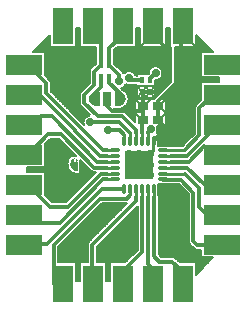
<source format=gtl>
G04 DipTrace 2.4.0.2*
%INkeypad.gtl*%
%MOMM*%
%ADD13C,0.305*%
%ADD14C,0.28*%
%ADD15C,0.152*%
%ADD20O,1.0X0.28*%
%ADD22O,0.28X1.0*%
%ADD24C,0.711*%
%ADD25R,2.45X2.45*%
%ADD26R,0.9X0.7*%
%ADD27R,1.7X1.6*%
%ADD28R,1.7X2.032*%
%ADD29R,1.6X1.7*%
%ADD30R,2.032X1.7*%
%ADD32R,0.4X0.5*%
%ADD34R,0.737X1.2*%
%ADD36C,0.711*%
%FSLAX53Y53*%
G04*
G71*
G90*
G75*
G01*
%LNTop*%
%LPD*%
X20513Y27743D2*
D13*
X19595D1*
X19423Y27916D1*
X19022Y22626D2*
D14*
Y23064D1*
D13*
X18609Y23477D1*
X17755D1*
X17674Y23557D1*
X13810Y31590D2*
Y32860D1*
X21213Y27743D2*
Y27887D1*
X21661Y28335D1*
X21022Y22626D2*
D14*
Y23278D1*
D13*
Y23361D1*
X21232Y23571D1*
X20022Y18526D2*
D14*
Y17873D1*
D13*
Y17531D1*
X16303Y13812D1*
Y11317D1*
X16350Y11270D1*
X20522Y18526D2*
D14*
Y17873D1*
D13*
Y13196D1*
X18863Y11537D1*
Y11297D1*
X18890Y11270D1*
X21022Y18526D2*
D14*
Y17873D1*
D13*
Y12140D1*
X21383Y11779D1*
Y11317D1*
X21430Y11270D1*
X21522Y18526D2*
D14*
Y17873D1*
D13*
Y12844D1*
X21989Y12377D1*
X23071D1*
X23943Y11505D1*
Y11297D1*
X23970Y11270D1*
X22322Y19326D2*
D14*
Y19297D1*
D13*
X23785D1*
X24867Y18215D1*
Y14087D1*
X25183Y13772D1*
X26472D1*
X26510Y13810D1*
X22322Y19826D2*
D14*
X24155D1*
D13*
X25337Y18644D1*
Y17031D1*
X26036Y16332D1*
X26492D1*
X26510Y16350D1*
X22322Y20326D2*
D14*
X22974D1*
D13*
X24349D1*
X25743Y18932D1*
X26469D1*
X26510Y18890D1*
X22322Y20826D2*
D14*
X22974D1*
D13*
X24475D1*
X25795Y22145D1*
X26510Y21430D1*
X22322Y21326D2*
D14*
X22974D1*
D13*
X24290D1*
X26934Y23970D1*
X26510D1*
X22322Y21826D2*
D14*
X24138D1*
D13*
X25371Y23059D1*
Y25371D1*
X26510Y26510D1*
X21887Y25549D2*
X21885Y24402D1*
X21522Y22626D2*
X22075Y23179D1*
Y24212D1*
X21885Y24402D1*
X21887Y25549D2*
Y25942D1*
X23791Y27847D1*
Y31411D1*
X23970Y31590D1*
X19372Y20576D2*
X20272D1*
Y21476D1*
X19372D2*
X20272D1*
X21172D1*
Y20576D1*
Y19676D1*
X20272D1*
X19372D1*
X21522Y22626D2*
D14*
X21477D1*
Y21780D1*
D13*
X20272Y20576D1*
X19522Y18526D2*
D14*
Y17991D1*
D13*
X19244Y17713D1*
X16985D1*
X13045Y13772D1*
Y10505D1*
X13810Y11270D1*
X19022Y18526D2*
D14*
X18730D1*
D13*
X17097D1*
X12463Y13892D1*
X11352D1*
X11270Y13810D1*
X18222Y19326D2*
D14*
X17570D1*
D13*
X17212D1*
X13529Y15643D1*
X11977D1*
X11270Y16350D1*
X18222Y19826D2*
D14*
X17570D1*
D13*
X17029D1*
X14233Y17030D1*
X12736D1*
X10877Y18890D1*
X11270D1*
X18222Y20326D2*
D14*
X17570D1*
D13*
X16469D1*
X13622Y23172D1*
X12582D1*
X10840Y21430D1*
X11270D1*
X18222Y20826D2*
D14*
X17570D1*
D13*
X16729D1*
X12880Y24675D1*
X11975D1*
X11270Y23970D1*
X18222Y21326D2*
D14*
X17570D1*
D13*
X16989D1*
X14863Y23451D1*
Y23486D1*
X11937Y26411D1*
X11369D1*
X11270Y26510D1*
X18222Y21826D2*
D14*
X17570D1*
D13*
X17181D1*
X12389Y26618D1*
Y27515D1*
X10852Y29051D1*
X11271D1*
X11270Y29050D1*
X17718Y29029D2*
Y30418D1*
X18890Y31590D1*
X19522Y22626D2*
D14*
Y23262D1*
D13*
X18564Y24219D1*
X16199D1*
X16142Y24163D1*
X18587Y27626D2*
Y28160D1*
X17718Y29029D1*
X17018D2*
Y30922D1*
X16350Y31590D1*
X20022Y22626D2*
D14*
Y23278D1*
D13*
Y23518D1*
X18859Y24682D1*
X16744D1*
X15617Y25808D1*
Y26468D1*
X16454Y27305D1*
Y28466D1*
X17018Y29029D1*
X20587Y25549D2*
Y24403D1*
X20585Y24402D1*
X20522Y22626D2*
D14*
Y23278D1*
D13*
Y24338D1*
X20585Y24402D1*
X20587Y25549D2*
Y26669D1*
X20513Y26743D1*
X21213D2*
X20513D1*
X17581Y26169D2*
Y25571D1*
X17994Y25158D1*
X20546D1*
Y25590D1*
X20587Y25549D1*
X21213Y26743D2*
X21679D1*
X22325Y27389D1*
Y30695D1*
X21430Y31590D1*
X17018Y28029D2*
Y27195D1*
X16581Y26758D1*
Y26262D1*
X16489Y26169D1*
X17718Y28029D2*
Y27503D1*
X18523Y26698D1*
Y26319D1*
X18673Y26169D1*
D36*
X14504Y27414D3*
X13883Y19856D3*
X15988Y14821D3*
X17850Y13391D3*
X16142Y24163D3*
X18587Y27626D3*
X21661Y28335D3*
X19423Y27916D3*
X17674Y23557D3*
X21232Y23571D3*
X23338Y14784D3*
X19989Y32013D2*
D15*
X20330D1*
X22530D2*
X22871D1*
X19989Y31864D2*
X20330D1*
X22530D2*
X22871D1*
X19989Y31715D2*
X20330D1*
X22530D2*
X22871D1*
X19989Y31566D2*
X20330D1*
X22530D2*
X22871D1*
X19989Y31417D2*
X20330D1*
X22530D2*
X22871D1*
X19989Y31268D2*
X20330D1*
X22530D2*
X22871D1*
X19989Y31119D2*
X20330D1*
X22530D2*
X22871D1*
X19989Y30969D2*
X20330D1*
X22530D2*
X22871D1*
X19989Y30820D2*
X20330D1*
X22530D2*
X22871D1*
X19989Y30671D2*
X20330D1*
X22530D2*
X22871D1*
X18384Y30522D2*
X22971D1*
X18236Y30373D2*
X22971D1*
X18120Y30224D2*
X22971D1*
X18120Y30075D2*
X22971D1*
X18120Y29926D2*
X22971D1*
X18120Y29777D2*
X22971D1*
X18120Y29628D2*
X22971D1*
X18167Y29479D2*
X22971D1*
X18167Y29330D2*
X22971D1*
X18167Y29181D2*
X22971D1*
X18277Y29032D2*
X22971D1*
X18427Y28883D2*
X21428D1*
X21894D2*
X22971D1*
X18574Y28733D2*
X21211D1*
X22111D2*
X22971D1*
X18724Y28584D2*
X21111D1*
X22211D2*
X22971D1*
X18874Y28435D2*
X19127D1*
X19717D2*
X21063D1*
X22258D2*
X22971D1*
X19896Y28286D2*
X21051D1*
X22263D2*
X22971D1*
X19984Y28137D2*
X20063D1*
X22232D2*
X22971D1*
X22153Y27988D2*
X22971D1*
X21996Y27839D2*
X22971D1*
X21663Y27690D2*
X22971D1*
X21663Y27541D2*
X22923D1*
X21663Y27392D2*
X22773D1*
X19051Y27243D2*
X22625D1*
X18858Y27094D2*
X20063D1*
X21663D2*
X22475D1*
X18858Y26945D2*
X20063D1*
X21663D2*
X22328D1*
X19105Y26796D2*
X20063D1*
X21663D2*
X22178D1*
X19244Y26647D2*
X20063D1*
X21663D2*
X22028D1*
X19317Y26497D2*
X20063D1*
X21663D2*
X21880D1*
X19363Y26348D2*
X20063D1*
X19389Y26199D2*
X21582D1*
X19372Y26050D2*
X19887D1*
X19344Y25901D2*
X19887D1*
X19272Y25752D2*
X19887D1*
X19184Y25603D2*
X19887D1*
X18977Y25454D2*
X19887D1*
X18524Y25305D2*
X19887D1*
X18053Y25156D2*
X19887D1*
X19084Y25007D2*
X19887D1*
X19244Y24858D2*
X19887D1*
X19394Y24709D2*
X19887D1*
X19544Y24560D2*
X19887D1*
X19691Y24411D2*
X19887D1*
X19901Y24186D2*
X19902Y26134D1*
X21552D1*
X21565Y26158D1*
X21613Y26216D1*
X22985Y27588D1*
Y30558D1*
X22885Y30555D1*
Y32139D1*
X22515Y32141D1*
Y30555D1*
X20345D1*
Y32159D1*
X19975Y32162D1*
X19972Y31609D1*
X19975Y31558D1*
Y30555D1*
X18401D1*
X18105Y30257D1*
Y29515D1*
X18152Y29514D1*
X18153Y29141D1*
X18861Y28434D1*
X18909Y28375D1*
X18946Y28303D1*
X18983Y28310D1*
X19038Y28363D1*
X19098Y28409D1*
X19165Y28447D1*
X19235Y28476D1*
X19309Y28495D1*
X19384Y28505D1*
X19460D1*
X19536Y28495D1*
X19609Y28476D1*
X19680Y28447D1*
X19746Y28410D1*
X19807Y28364D1*
X19862Y28311D1*
X19909Y28251D1*
X19948Y28186D1*
X19971Y28131D1*
X20079Y28130D1*
X20078Y28228D1*
X20948Y28225D1*
X21009Y28228D1*
X21072Y28293D1*
X21073Y28385D1*
X21084Y28460D1*
X21105Y28533D1*
X21135Y28603D1*
X21174Y28669D1*
X21221Y28729D1*
X21276Y28782D1*
X21337Y28828D1*
X21403Y28865D1*
X21473Y28894D1*
X21547Y28914D1*
X21622Y28924D1*
X21699D1*
X21774Y28914D1*
X21848Y28894D1*
X21918Y28866D1*
X21984Y28828D1*
X22045Y28782D1*
X22100Y28729D1*
X22147Y28669D1*
X22186Y28604D1*
X22216Y28534D1*
X22237Y28461D1*
X22251Y28335D1*
X22246Y28259D1*
X22232Y28184D1*
X22207Y28112D1*
X22174Y28043D1*
X22132Y27979D1*
X22083Y27922D1*
X22026Y27871D1*
X21963Y27828D1*
X21896Y27793D1*
X21824Y27767D1*
X21750Y27751D1*
X21648Y27745D1*
Y27258D1*
X20778Y27261D1*
X20719Y27258D1*
X20078D1*
Y27356D1*
X19611D1*
X19511Y27332D1*
X19435Y27326D1*
X19359Y27329D1*
X19284Y27342D1*
X19212Y27365D1*
X19132Y27403D1*
X19100Y27334D1*
X19058Y27271D1*
X19009Y27213D1*
X18952Y27162D1*
X18889Y27119D1*
X18822Y27084D1*
X18715Y27051D1*
X18800Y26968D1*
X18893Y26926D1*
X19001Y26858D1*
X19138Y26761D1*
X19186Y26717D1*
X19248Y26606D1*
X19314Y26474D1*
X19334Y26413D1*
X19373Y26213D1*
Y26125D1*
X19334Y25925D1*
X19314Y25864D1*
X19214Y25664D1*
X19177Y25611D1*
X19076Y25533D1*
X18932Y25433D1*
X18815Y25383D1*
X18726Y25349D1*
X18644Y25335D1*
X18508D1*
X18509Y25266D1*
X18035D1*
X18039Y25069D1*
X18859D1*
X18934Y25061D1*
X19007Y25039D1*
X19074Y25003D1*
X19132Y24955D1*
X19902Y24186D1*
X20094Y27228D2*
X21648D1*
Y26258D1*
X20078D1*
Y27228D1*
X20094D1*
X19901Y24986D2*
X20585Y24402D1*
X19902Y26134D2*
X20587Y25549D1*
X21271Y26134D2*
X19902Y24965D1*
X21430Y31590D2*
X22514Y30556D1*
X21430Y31590D2*
X20346Y30556D1*
X20079Y27228D2*
X20948Y26259D1*
Y27228D2*
X20079Y26259D1*
X20779Y27228D2*
X21648Y26259D1*
Y27228D2*
X20779Y26259D1*
X14910Y31975D2*
X15251D1*
X14910Y31826D2*
X15251D1*
X14910Y31677D2*
X15251D1*
X14910Y31528D2*
X15251D1*
X12534Y31378D2*
X12711D1*
X14910D2*
X15251D1*
X25069D2*
X25245D1*
X12384Y31229D2*
X12711D1*
X14910D2*
X15251D1*
X25069D2*
X25395D1*
X12236Y31080D2*
X12711D1*
X14910D2*
X15251D1*
X25069D2*
X25543D1*
X12086Y30931D2*
X12711D1*
X14910D2*
X15251D1*
X25069D2*
X25693D1*
X11936Y30782D2*
X12711D1*
X14910D2*
X15251D1*
X25069D2*
X25843D1*
X11788Y30633D2*
X12711D1*
X14910D2*
X15251D1*
X25069D2*
X25991D1*
X11638Y30484D2*
X16616D1*
X23311D2*
X26141D1*
X11491Y30335D2*
X16616D1*
X23311D2*
X26288D1*
X11341Y30186D2*
X16616D1*
X23311D2*
X26438D1*
X12320Y30037D2*
X16616D1*
X23311D2*
X25460D1*
X12320Y29888D2*
X16616D1*
X23311D2*
X25460D1*
X12320Y29739D2*
X16616D1*
X23311D2*
X25460D1*
X12320Y29590D2*
X16616D1*
X23311D2*
X25460D1*
X12320Y29441D2*
X16568D1*
X23311D2*
X25460D1*
X12320Y29292D2*
X16568D1*
X23311D2*
X25460D1*
X12320Y29142D2*
X16568D1*
X23311D2*
X25460D1*
X12320Y28993D2*
X16420D1*
X23311D2*
X25460D1*
X12320Y28844D2*
X16270D1*
X23311D2*
X25460D1*
X12320Y28695D2*
X16128D1*
X23311D2*
X25460D1*
X12320Y28546D2*
X16061D1*
X23311D2*
X25460D1*
X12320Y28397D2*
X16051D1*
X23311D2*
X25460D1*
X12320Y28248D2*
X16051D1*
X23311D2*
X25460D1*
X12367Y28099D2*
X16051D1*
X23311D2*
X25460D1*
X12515Y27950D2*
X16051D1*
X23311D2*
X27029D1*
X12665Y27801D2*
X16051D1*
X23311D2*
X27029D1*
X12765Y27652D2*
X16051D1*
X23311D2*
X27029D1*
X12791Y27503D2*
X16051D1*
X23311D2*
X25460D1*
X12791Y27354D2*
X15939D1*
X23249D2*
X25460D1*
X12791Y27205D2*
X15792D1*
X23135D2*
X25460D1*
X12791Y27056D2*
X15642D1*
X23021D2*
X25460D1*
X12791Y26906D2*
X15494D1*
X22904D2*
X25460D1*
X12810Y26757D2*
X15344D1*
X22790D2*
X25460D1*
X12960Y26608D2*
X15242D1*
X22673D2*
X25460D1*
X13110Y26459D2*
X15216D1*
X22559D2*
X25460D1*
X13258Y26310D2*
X15216D1*
X22442D2*
X25460D1*
X13408Y26161D2*
X15216D1*
X22328D2*
X25460D1*
X13555Y26012D2*
X15216D1*
X22587D2*
X25450D1*
X13705Y25863D2*
X15216D1*
X22587D2*
X25300D1*
X13855Y25714D2*
X15227D1*
X22587D2*
X25153D1*
X14003Y25565D2*
X15301D1*
X22587D2*
X25022D1*
X14153Y25416D2*
X15447D1*
X22587D2*
X24972D1*
X14301Y25267D2*
X15597D1*
X22587D2*
X24969D1*
X14451Y25118D2*
X15747D1*
X22587D2*
X24969D1*
X14601Y24969D2*
X15894D1*
X22587D2*
X24969D1*
X14748Y24820D2*
X16044D1*
X22585D2*
X24969D1*
X14898Y24670D2*
X15828D1*
X22585D2*
X24969D1*
X15046Y24521D2*
X15658D1*
X22585D2*
X24969D1*
X15196Y24372D2*
X15575D1*
X22585D2*
X24969D1*
X15346Y24223D2*
X15539D1*
X22585D2*
X24969D1*
X22585Y24074D2*
X24969D1*
X22585Y23925D2*
X24969D1*
X21799Y23776D2*
X24969D1*
X21835Y23627D2*
X24969D1*
X21830Y23478D2*
X24969D1*
X21785Y23329D2*
X24969D1*
X21856Y23180D2*
X24929D1*
X21909Y23031D2*
X24781D1*
X21911Y22882D2*
X24631D1*
X12705Y22733D2*
X13499D1*
X21911D2*
X24483D1*
X12555Y22584D2*
X13649D1*
X21911D2*
X24333D1*
X12408Y22434D2*
X13799D1*
X21911D2*
X24183D1*
X12320Y22285D2*
X13946D1*
X21911D2*
X24036D1*
X12320Y22136D2*
X14096D1*
X12320Y21987D2*
X14244D1*
X12320Y21838D2*
X14394D1*
X12320Y21689D2*
X14544D1*
X12320Y21540D2*
X14692D1*
X12320Y21391D2*
X14842D1*
X12320Y21242D2*
X14408D1*
X12320Y21093D2*
X14275D1*
X12320Y20944D2*
X14230D1*
X12320Y20795D2*
X14215D1*
X15315D2*
X15437D1*
X12320Y20646D2*
X14182D1*
X15315D2*
X15587D1*
X12320Y20497D2*
X14199D1*
X15315D2*
X15735D1*
X12320Y20348D2*
X14232D1*
X15315D2*
X15885D1*
X10751Y20198D2*
X14301D1*
X15315D2*
X16035D1*
X10751Y20049D2*
X14413D1*
X15315D2*
X16182D1*
X12320Y19900D2*
X14587D1*
X15287D2*
X16542D1*
X12320Y19751D2*
X16392D1*
X12320Y19602D2*
X16244D1*
X12320Y19453D2*
X16094D1*
X12320Y19304D2*
X15944D1*
X12320Y19155D2*
X15797D1*
X12320Y19006D2*
X15647D1*
X12320Y18857D2*
X15499D1*
X21911D2*
X23664D1*
X12320Y18708D2*
X15349D1*
X21911D2*
X23812D1*
X12320Y18559D2*
X15199D1*
X21911D2*
X23962D1*
X12320Y18410D2*
X15051D1*
X21911D2*
X24110D1*
X12320Y18261D2*
X14901D1*
X21911D2*
X24260D1*
X12320Y18112D2*
X14754D1*
X21911D2*
X24410D1*
X12367Y17962D2*
X14604D1*
X21914D2*
X24464D1*
X12515Y17813D2*
X14454D1*
X21923D2*
X24464D1*
X12665Y17664D2*
X14306D1*
X21923D2*
X24464D1*
X12812Y17515D2*
X14156D1*
X21923D2*
X24464D1*
X21923Y17366D2*
X24464D1*
X17051Y17217D2*
X19147D1*
X21923D2*
X24464D1*
X16903Y17068D2*
X18997D1*
X21923D2*
X24464D1*
X16753Y16919D2*
X18849D1*
X19973D2*
X20121D1*
X21923D2*
X24464D1*
X16606Y16770D2*
X18699D1*
X19823D2*
X20121D1*
X21923D2*
X24464D1*
X16456Y16621D2*
X18549D1*
X19675D2*
X20121D1*
X21923D2*
X24464D1*
X16306Y16472D2*
X18402D1*
X19525D2*
X20121D1*
X21923D2*
X24464D1*
X16158Y16323D2*
X18252D1*
X19378D2*
X20121D1*
X21923D2*
X24464D1*
X16008Y16174D2*
X18104D1*
X19228D2*
X20121D1*
X21923D2*
X24464D1*
X15860Y16025D2*
X17954D1*
X19077D2*
X20121D1*
X21923D2*
X24464D1*
X15710Y15876D2*
X17804D1*
X18930D2*
X20121D1*
X21923D2*
X24464D1*
X15560Y15726D2*
X17656D1*
X18780D2*
X20121D1*
X21923D2*
X24464D1*
X15413Y15577D2*
X17506D1*
X18632D2*
X20121D1*
X21923D2*
X24464D1*
X15263Y15428D2*
X17359D1*
X18482D2*
X20121D1*
X21923D2*
X24464D1*
X15115Y15279D2*
X17209D1*
X18332D2*
X20121D1*
X21923D2*
X24464D1*
X14965Y15130D2*
X17059D1*
X18185D2*
X20121D1*
X21923D2*
X24464D1*
X14815Y14981D2*
X16911D1*
X18035D2*
X20121D1*
X21923D2*
X24464D1*
X14667Y14832D2*
X16761D1*
X17887D2*
X20121D1*
X21923D2*
X24464D1*
X14517Y14683D2*
X16613D1*
X17737D2*
X20121D1*
X21923D2*
X24464D1*
X14370Y14534D2*
X16463D1*
X17587D2*
X20121D1*
X21923D2*
X24464D1*
X14220Y14385D2*
X16313D1*
X17439D2*
X20121D1*
X21923D2*
X24464D1*
X14070Y14236D2*
X16166D1*
X17289D2*
X20121D1*
X21923D2*
X24464D1*
X13922Y14087D2*
X16016D1*
X17142D2*
X20121D1*
X21923D2*
X24464D1*
X13772Y13938D2*
X15923D1*
X16992D2*
X20121D1*
X21923D2*
X24495D1*
X13624Y13789D2*
X15901D1*
X16841D2*
X20121D1*
X21923D2*
X24605D1*
X13474Y13640D2*
X15901D1*
X16706D2*
X20121D1*
X21923D2*
X24752D1*
X13446Y13490D2*
X15901D1*
X16706D2*
X20121D1*
X21923D2*
X24903D1*
X13446Y13341D2*
X15901D1*
X16706D2*
X20104D1*
X21923D2*
X25460D1*
X13446Y13192D2*
X15901D1*
X16706D2*
X19957D1*
X21923D2*
X25460D1*
X13446Y13043D2*
X15901D1*
X16706D2*
X19807D1*
X21923D2*
X25460D1*
X13446Y12894D2*
X15901D1*
X16706D2*
X19657D1*
X22035D2*
X25460D1*
X13446Y12745D2*
X15901D1*
X16706D2*
X19509D1*
X23204D2*
X25460D1*
X13446Y12596D2*
X15901D1*
X16706D2*
X19359D1*
X23414D2*
X26360D1*
X13446Y12447D2*
X15901D1*
X16706D2*
X19211D1*
X23564D2*
X26212D1*
X14910Y12298D2*
X15251D1*
X17449D2*
X17790D1*
X25069D2*
X26062D1*
X14910Y12149D2*
X15251D1*
X17449D2*
X17790D1*
X25069D2*
X25915D1*
X14910Y12000D2*
X15251D1*
X17449D2*
X17790D1*
X25069D2*
X25765D1*
X14910Y11851D2*
X15251D1*
X17449D2*
X17790D1*
X25069D2*
X25614D1*
X14910Y11702D2*
X15251D1*
X17449D2*
X17790D1*
X25069D2*
X25467D1*
X14910Y11553D2*
X15251D1*
X17449D2*
X17790D1*
X25069D2*
X25317D1*
X14910Y11404D2*
X15251D1*
X17449D2*
X17790D1*
X25069D2*
X25169D1*
X14910Y11254D2*
X15251D1*
X17449D2*
X17790D1*
X14910Y11105D2*
X15251D1*
X17449D2*
X17790D1*
X14910Y10956D2*
X15251D1*
X17449D2*
X17790D1*
X14910Y10807D2*
X15251D1*
X17449D2*
X17790D1*
X21888Y18961D2*
X21897Y18886D1*
X21894Y18166D1*
X21897Y18145D1*
Y17971D1*
X21909Y17873D1*
Y13004D1*
X22151Y12763D1*
X23071Y12764D1*
X23147Y12757D1*
X23219Y12735D1*
X23287Y12699D1*
X23345Y12651D1*
X23690Y12306D1*
X25055Y12305D1*
Y11274D1*
X26506Y12726D1*
X25475Y12725D1*
Y13385D1*
X25183D1*
X25107Y13392D1*
X25034Y13414D1*
X24967Y13450D1*
X24909Y13498D1*
X24594Y13813D1*
X24545Y13872D1*
X24510Y13939D1*
X24488Y14012D1*
X24480Y14087D1*
Y18057D1*
X23625Y18910D1*
X22322D1*
X22246Y18917D1*
X22173Y18940D1*
X22149Y18951D1*
X21962Y18953D1*
X21887Y18960D1*
X21890Y22192D2*
X21962Y22200D1*
X22682Y22198D1*
X22703Y22200D1*
X23967D1*
X24241Y22477D1*
X24984Y23219D1*
X24983Y25371D1*
X24991Y25446D1*
X25013Y25519D1*
X25049Y25586D1*
X25097Y25644D1*
X25476Y26023D1*
X25475Y27595D1*
X27045D1*
X27044Y27965D1*
X25475D1*
Y30135D1*
X26506D1*
X25054Y31586D1*
X25055Y30555D1*
X23296D1*
Y27512D1*
X23284Y27437D1*
X23247Y27368D1*
X22292Y26135D1*
X22571Y26134D1*
X22570Y23817D1*
X21768D1*
X21808Y23697D1*
X21822Y23571D1*
X21817Y23495D1*
X21803Y23420D1*
X21778Y23348D1*
X21751Y23283D1*
X21806Y23230D1*
X21849Y23168D1*
X21879Y23098D1*
X21895Y23023D1*
X21897Y22864D1*
X21894Y22220D1*
X21890Y22193D1*
X16632Y30555D2*
X15265D1*
Y32125D1*
X14896Y32124D1*
X14895Y31406D1*
Y30555D1*
X12725D1*
Y31586D1*
X11274Y30134D1*
X12305Y30135D1*
Y28146D1*
X12662Y27788D1*
X12711Y27729D1*
X12746Y27662D1*
X12768Y27590D1*
X12776Y27515D1*
Y26779D1*
X15587Y23967D1*
X15561Y24061D1*
X15553Y24137D1*
X15554Y24213D1*
X15566Y24289D1*
X15587Y24362D1*
X15617Y24432D1*
X15656Y24497D1*
X15703Y24557D1*
X15757Y24610D1*
X15818Y24656D1*
X15884Y24694D1*
X15955Y24723D1*
X16028Y24742D1*
X16125Y24752D1*
X15343Y25535D1*
X15295Y25594D1*
X15259Y25661D1*
X15237Y25734D1*
X15230Y25808D1*
Y26468D1*
X15238Y26544D1*
X15260Y26617D1*
X15296Y26684D1*
X15343Y26742D1*
X16066Y27464D1*
X16067Y28466D1*
X16075Y28541D1*
X16097Y28614D1*
X16133Y28681D1*
X16180Y28739D1*
X16583Y29142D1*
Y29514D1*
X16633D1*
X16631Y29867D1*
Y30555D1*
X13433Y12305D2*
X14895D1*
Y10735D1*
X15264Y10736D1*
X15265Y11455D1*
Y12305D1*
X15916Y12308D1*
Y13812D1*
X15923Y13887D1*
X15946Y13960D1*
X15982Y14027D1*
X16029Y14085D1*
X19271Y17327D1*
X17491Y17326D1*
X17146D1*
X13432Y13612D1*
Y12303D1*
X16692Y12305D2*
X17435D1*
Y10734D1*
X17807Y10736D1*
X17805Y11531D1*
Y12305D1*
X19084D1*
X20137Y13358D1*
X20135Y14111D1*
X20134Y17095D1*
X16691Y13652D1*
X16690Y12304D1*
X12305Y22346D2*
Y20345D1*
X10735D1*
X10736Y19976D1*
X11454Y19975D1*
X12305D1*
Y18010D1*
X12896Y17418D1*
X14072Y17417D1*
X16595Y19939D1*
X16469D1*
X16393Y19946D1*
X16320Y19968D1*
X16253Y20004D1*
X16195Y20052D1*
X15294Y20953D1*
X15279Y20903D1*
X15291Y20874D1*
X15299Y20824D1*
Y20011D1*
X15287Y19936D1*
X15251Y19869D1*
X15196Y19817D1*
X15128Y19785D1*
X15050Y19777D1*
X14835Y19808D1*
X14715Y19851D1*
X14639Y19882D1*
X14579Y19917D1*
X14467Y20010D1*
X14391Y20086D1*
X14352Y20137D1*
X14274Y20279D1*
X14236Y20391D1*
X14207Y20530D1*
X14198Y20644D1*
X14199Y20688D1*
X14226Y20780D1*
X14255Y20846D1*
X14262Y20869D1*
X14248Y20922D1*
X14247Y20977D1*
X14258Y21030D1*
X14282Y21080D1*
X14381Y21203D1*
X14438Y21253D1*
X14512Y21283D1*
X14584Y21300D1*
X14639Y21320D1*
X14724Y21338D1*
X14825Y21348D1*
X14902Y21345D1*
X13462Y22785D1*
X12744D1*
X12305Y22348D1*
X21848Y23170D2*
X21522Y22626D1*
X21885Y24402D2*
X22570Y23817D1*
Y24986D2*
X21885Y24402D1*
X21887Y25549D2*
X22571Y24965D1*
Y26134D2*
X21887Y25549D1*
X23970Y31590D2*
X25054Y30556D1*
D20*
X18222Y21826D3*
Y21326D3*
Y20826D3*
Y20326D3*
Y19826D3*
Y19326D3*
D22*
X19022Y18526D3*
X19522D3*
X20022D3*
X20522D3*
X21022D3*
X21522D3*
D20*
X22322Y19326D3*
Y19826D3*
Y20326D3*
Y20826D3*
Y21326D3*
Y21826D3*
D22*
X21522Y22626D3*
X21022D3*
X20522D3*
X20022D3*
X19522D3*
X19022D3*
D24*
X19372Y21476D3*
X20272D3*
X21172D3*
X19372Y20576D3*
X20272D3*
X21172D3*
X19372Y19676D3*
X20272D3*
X21172D3*
D25*
X20272Y20576D3*
D26*
X20585Y24402D3*
X21885D3*
X20587Y25549D3*
X21887D3*
D27*
X23970Y31590D3*
X21430D3*
X18890D3*
X16350D3*
X13810D3*
D28*
X23970Y32860D3*
X21430D3*
X18890D3*
X16350D3*
X13810D3*
D27*
Y11270D3*
X16350D3*
X18890D3*
X21430D3*
X23970D3*
D28*
X13810Y10000D3*
X16350D3*
X18890D3*
X21430D3*
X23970D3*
D29*
X26510Y16350D3*
Y18890D3*
Y21430D3*
Y23970D3*
Y26510D3*
D30*
X27780Y16350D3*
Y18890D3*
Y21430D3*
Y23970D3*
Y26510D3*
D29*
X26510Y29050D3*
D30*
X27780D3*
D29*
X26510Y13810D3*
D30*
X27780D3*
D29*
X11270Y26510D3*
Y23970D3*
Y21430D3*
Y18890D3*
Y16350D3*
D30*
X10000Y26510D3*
Y23970D3*
Y21430D3*
Y18890D3*
Y16350D3*
D29*
X11270Y13810D3*
D30*
X10000D3*
D29*
X11270Y29050D3*
D30*
X10000D3*
D32*
X20513Y26743D3*
X21213D3*
Y27743D3*
X20513D3*
X17018Y28029D3*
X17718D3*
Y29029D3*
X17018D3*
G36*
X18644Y25569D2*
X18204D1*
Y26769D1*
X18644D1*
X18804Y26709D1*
X19004Y26569D1*
X19104Y26369D1*
X19142Y26169D1*
X19104Y25969D1*
X19004Y25769D1*
X18804Y25629D1*
X18644Y25569D1*
G37*
G36*
X16518Y26769D2*
X16958D1*
Y25569D1*
X16518D1*
X16358Y25629D1*
X16158Y25769D1*
X16058Y25969D1*
X16019Y26169D1*
X16058Y26369D1*
X16158Y26569D1*
X16358Y26709D1*
X16518Y26769D1*
G37*
D34*
X17581Y26169D3*
G36*
X15064Y20011D2*
X14874Y20040D1*
X14727Y20100D1*
X14633Y20176D1*
X14556Y20252D1*
X14493Y20365D1*
X14468Y20430D1*
X14447Y20525D1*
X14437Y20576D1*
X14432Y20658D1*
X14455Y20723D1*
X14493Y20761D1*
X14518Y20787D1*
X14531Y20851D1*
X14526Y20876D1*
X14511Y20927D1*
X14480Y20954D1*
X14562Y21053D1*
X14638Y21003D1*
X14656D1*
X14692Y21092D1*
X14747Y21104D1*
X14849Y21114D1*
X14742Y20862D1*
Y20830D1*
X14750Y20787D1*
X14772Y20777D1*
X14823Y20797D1*
X14887Y20912D1*
X14958Y21084D1*
X15008Y21058D1*
X15063Y20995D1*
X14988Y20804D1*
X15026Y20811D1*
X15064D1*
Y20011D1*
G37*
M02*

</source>
